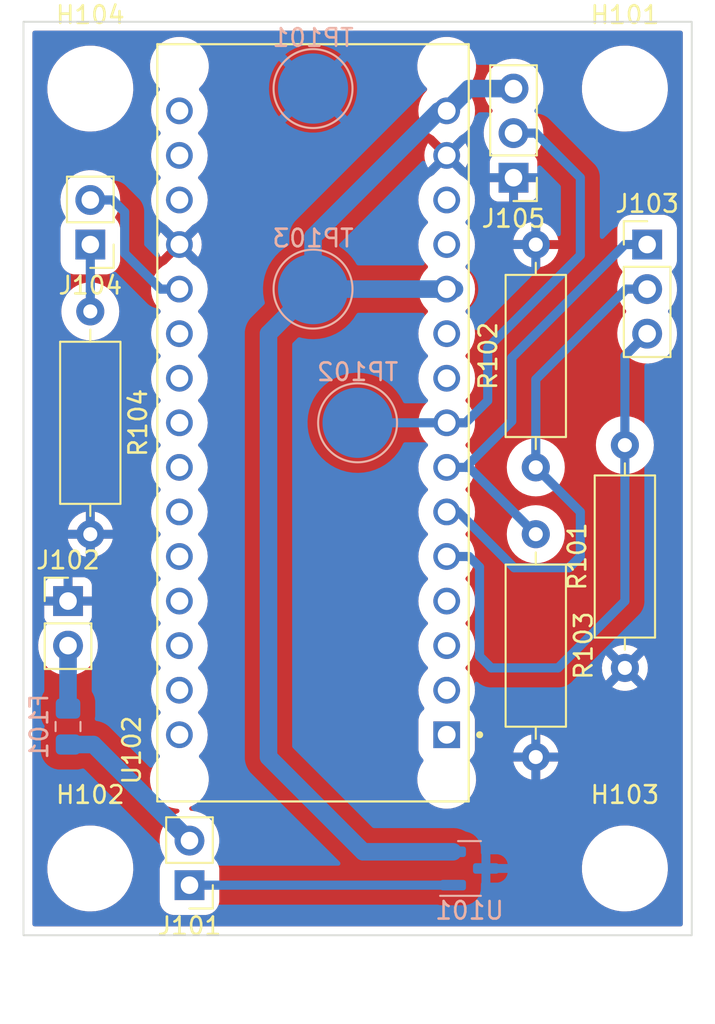
<source format=kicad_pcb>
(kicad_pcb (version 20211014) (generator pcbnew)
  (layers (0 "F.Cu" signal) (31 "B.Cu" signal) (34 "B.Paste" user) (35 "F.Paste" user) (36 "B.SilkS" user "B.Silkscreen") (37 "F.SilkS" user "F.Silkscreen") (38 "B.Mask" user) (39 "F.Mask" user) (44 "Edge.Cuts" user))
  (net 0 "")
  (net 1 "+6V")
  (net 2 "/Switch")
  (net 3 "GND")
  (net 4 "/BattLED3")
  (net 5 "/BattLED2")
  (net 6 "/BattLED1")
  (net 7 "Net-(D102-Pad1)")
  (net 8 "/ReadLED")
  (net 9 "/MQ3Analog")
  (net 10 "VCC")
  (footprint "Resistor_THT:R_Axial_DIN0309_L9.0mm_D3.2mm_P12.70mm_Horizontal" (layer "F.Cu") (at 189.23 109.22 -90)
    (fp_text reference "R103" (at 6.35 -2.72 90) (layer "F.SilkS"))
    (fp_text value "220")
    (fp_line (start 1.73 1.72) (end 10.97 1.72) (layer "F.SilkS") (width 0.12))
    (fp_line (start 1.73 -1.72) (end 1.73 1.72) (layer "F.SilkS") (width 0.12))
    (fp_line (start 11.66 0) (end 10.97 0) (layer "F.SilkS") (width 0.12))
    (fp_line (start 10.97 1.72) (end 10.97 -1.72) (layer "F.SilkS") (width 0.12))
    (fp_line (start 10.97 -1.72) (end 1.73 -1.72) (layer "F.SilkS") (width 0.12))
    (fp_line (start 1.04 0) (end 1.73 0) (layer "F.SilkS") (width 0.12))
    (pad "1" thru_hole circle (at 0 0 270) (size 1.6 1.6) (drill 0.8) (layers *.Cu *.Mask) (net 4 "/BattLED3"))
    (pad "2" thru_hole oval (at 12.7 0 270) (size 1.6 1.6) (drill 0.8) (layers *.Cu *.Mask) (net 3 "GND"))
  )
  (footprint "MountingHole:MountingHole_3.2mm_M3" (layer "F.Cu") (at 163.83 128.27)
    (fp_text reference "H102" (at 0 -4.2) (layer "F.SilkS"))
    (fp_text value "MountingHole")
    (pad "" np_thru_hole circle (at 0 0) (size 3.2 3.2) (drill 3.2) (layers *.Cu *.Mask))
  )
  (footprint "Resistor_THT:R_Axial_DIN0309_L9.0mm_D3.2mm_P12.70mm_Horizontal" (layer "F.Cu") (at 194.31 116.84 90)
    (fp_text reference "R101" (at 6.35 -2.72 90) (layer "F.SilkS"))
    (fp_text value "220")
    (fp_line (start 1.73 1.72) (end 10.97 1.72) (layer "F.SilkS") (width 0.12))
    (fp_line (start 1.04 0) (end 1.73 0) (layer "F.SilkS") (width 0.12))
    (fp_line (start 11.66 0) (end 10.97 0) (layer "F.SilkS") (width 0.12))
    (fp_line (start 10.97 1.72) (end 10.97 -1.72) (layer "F.SilkS") (width 0.12))
    (fp_line (start 1.73 -1.72) (end 1.73 1.72) (layer "F.SilkS") (width 0.12))
    (fp_line (start 10.97 -1.72) (end 1.73 -1.72) (layer "F.SilkS") (width 0.12))
    (pad "1" thru_hole circle (at 0 0 90) (size 1.6 1.6) (drill 0.8) (layers *.Cu *.Mask) (net 3 "GND"))
    (pad "2" thru_hole oval (at 12.7 0 90) (size 1.6 1.6) (drill 0.8) (layers *.Cu *.Mask) (net 6 "/BattLED1"))
  )
  (footprint "Resistor_THT:R_Axial_DIN0309_L9.0mm_D3.2mm_P12.70mm_Horizontal" (layer "F.Cu") (at 189.23 105.41 90)
    (fp_text reference "R102" (at 6.35 -2.72 90) (layer "F.SilkS"))
    (fp_text value "220")
    (fp_line (start 11.66 0) (end 10.97 0) (layer "F.SilkS") (width 0.12))
    (fp_line (start 1.73 1.72) (end 10.97 1.72) (layer "F.SilkS") (width 0.12))
    (fp_line (start 10.97 -1.72) (end 1.73 -1.72) (layer "F.SilkS") (width 0.12))
    (fp_line (start 10.97 1.72) (end 10.97 -1.72) (layer "F.SilkS") (width 0.12))
    (fp_line (start 1.04 0) (end 1.73 0) (layer "F.SilkS") (width 0.12))
    (fp_line (start 1.73 -1.72) (end 1.73 1.72) (layer "F.SilkS") (width 0.12))
    (pad "1" thru_hole circle (at 0 0 90) (size 1.6 1.6) (drill 0.8) (layers *.Cu *.Mask) (net 5 "/BattLED2"))
    (pad "2" thru_hole oval (at 12.7 0 90) (size 1.6 1.6) (drill 0.8) (layers *.Cu *.Mask) (net 3 "GND"))
  )
  (footprint "MountingHole:MountingHole_3.2mm_M3" (layer "F.Cu") (at 194.31 83.82)
    (fp_text reference "H101" (at 0 -4.2) (layer "F.SilkS"))
    (fp_text value "MountingHole")
    (pad "" np_thru_hole circle (at 0 0) (size 3.2 3.2) (drill 3.2) (layers *.Cu *.Mask))
  )
  (footprint "Connector_PinHeader_2.54mm:PinHeader_1x02_P2.54mm_Vertical" (layer "F.Cu") (at 169.485 129.2225 180)
    (fp_text reference "J101" (at 0 -2.33) (layer "F.SilkS"))
    (fp_text value "Power Switch")
    (fp_line (start -1.33 3.87) (end 1.33 3.87) (layer "F.SilkS") (width 0.12))
    (fp_line (start -1.33 1.27) (end 1.33 1.27) (layer "F.SilkS") (width 0.12))
    (fp_line (start -1.33 1.27) (end -1.33 3.87) (layer "F.SilkS") (width 0.12))
    (fp_line (start -1.33 -1.33) (end 0 -1.33) (layer "F.SilkS") (width 0.12))
    (fp_line (start -1.33 0) (end -1.33 -1.33) (layer "F.SilkS") (width 0.12))
    (fp_line (start 1.33 1.27) (end 1.33 3.87) (layer "F.SilkS") (width 0.12))
    (pad "1" thru_hole rect (at 0 0 180) (size 1.7 1.7) (drill 1) (layers *.Cu *.Mask) (net 2 "/Switch"))
    (pad "2" thru_hole oval (at 0 2.54 180) (size 1.7 1.7) (drill 1) (layers *.Cu *.Mask) (net 1 "+6V"))
  )
  (footprint "MountingHole:MountingHole_3.2mm_M3" (layer "F.Cu") (at 163.83 83.82)
    (fp_text reference "H104" (at 0 -4.2) (layer "F.SilkS"))
    (fp_text value "MountingHole")
    (pad "" np_thru_hole circle (at 0 0) (size 3.2 3.2) (drill 3.2) (layers *.Cu *.Mask))
  )
  (footprint "MountingHole:MountingHole_3.2mm_M3" (layer "F.Cu") (at 194.31 128.27)
    (fp_text reference "H103" (at 0 -4.2) (layer "F.SilkS"))
    (fp_text value "MountingHole")
    (pad "" np_thru_hole circle (at 0 0) (size 3.2 3.2) (drill 3.2) (layers *.Cu *.Mask))
  )
  (footprint "Resistor_THT:R_Axial_DIN0309_L9.0mm_D3.2mm_P12.70mm_Horizontal" (layer "F.Cu") (at 163.83 96.52 -90)
    (fp_text reference "R104" (at 6.35 -2.72 90) (layer "F.SilkS"))
    (fp_text value "220")
    (fp_line (start 1.73 1.72) (end 10.97 1.72) (layer "F.SilkS") (width 0.12))
    (fp_line (start 10.97 -1.72) (end 1.73 -1.72) (layer "F.SilkS") (width 0.12))
    (fp_line (start 1.04 0) (end 1.73 0) (layer "F.SilkS") (width 0.12))
    (fp_line (start 1.73 -1.72) (end 1.73 1.72) (layer "F.SilkS") (width 0.12))
    (fp_line (start 11.66 0) (end 10.97 0) (layer "F.SilkS") (width 0.12))
    (fp_line (start 10.97 1.72) (end 10.97 -1.72) (layer "F.SilkS") (width 0.12))
    (pad "1" thru_hole circle (at 0 0 270) (size 1.6 1.6) (drill 0.8) (layers *.Cu *.Mask) (net 7 "Net-(D102-Pad1)"))
    (pad "2" thru_hole oval (at 12.7 0 270) (size 1.6 1.6) (drill 0.8) (layers *.Cu *.Mask) (net 3 "GND"))
  )
  (footprint "ABX00030:MODULE_ABX00030" (layer "F.Cu") (at 176.53 102.87 90)
    (fp_text reference "U102" (at -18.655 -10.335 90) (layer "F.SilkS"))
    (fp_text value "ABX00030")
    (fp_line (start -21.58 8.88) (end -21.58 -8.88) (layer "F.SilkS") (width 0.127))
    (fp_line (start -21.58 -8.88) (end 21.58 -8.88) (layer "F.SilkS") (width 0.127))
    (fp_line (start 21.58 -8.88) (end 21.58 8.88) (layer "F.SilkS") (width 0.127))
    (fp_line (start 21.58 8.88) (end -21.58 8.88) (layer "F.SilkS") (width 0.127))
    (fp_circle (center -17.78 9.5) (end -17.68 9.5) (layer "F.SilkS") (width 0.2) (fill none))
    (pad "" np_thru_hole circle locked (at -20.32 -7.62 90) (size 1.65 1.65) (drill 1.65) (layers *.Cu *.Mask))
    (pad "" np_thru_hole circle locked (at 20.32 -7.62 90) (size 1.65 1.65) (drill 1.65) (layers *.Cu *.Mask))
    (pad "" np_thru_hole circle locked (at -20.32 7.62 90) (size 1.65 1.65) (drill 1.65) (layers *.Cu *.Mask))
    (pad "" np_thru_hole circle locked (at 20.32 7.62 90) (size 1.65 1.65) (drill 1.65) (layers *.Cu *.Mask))
    (pad "1" thru_hole rect locked (at -17.78 7.62 90) (size 1.524 1.524) (drill 1.016) (layers *.Cu *.Mask))
    (pad "2" thru_hole circle locked (at -15.24 7.62 90) (size 1.524 1.524) (drill 1.016) (layers *.Cu *.Mask))
    (pad "3" thru_hole circle locked (at -12.7 7.62 90) (size 1.524 1.524) (drill 1.016) (layers *.Cu *.Mask))
    (pad "4" thru_hole circle locked (at -10.16 7.62 90) (size 1.524 1.524) (drill 1.016) (layers *.Cu *.Mask))
    (pad "5" thru_hole circle locked (at -7.62 7.62 90) (size 1.524 1.524) (drill 1.016) (layers *.Cu *.Mask) (net 6 "/BattLED1"))
    (pad "6" thru_hole circle locked (at -5.08 7.62 90) (size 1.524 1.524) (drill 1.016) (layers *.Cu *.Mask) (net 5 "/BattLED2"))
    (pad "7" thru_hole circle locked (at -2.54 7.62 90) (size 1.524 1.524) (drill 1.016) (layers *.Cu *.Mask) (net 4 "/BattLED3"))
    (pad "8" thru_hole circle locked (at 0 7.62 90) (size 1.524 1.524) (drill 1.016) (layers *.Cu *.Mask) (net 9 "/MQ3Analog"))
    (pad "9" thru_hole circle locked (at 2.54 7.62 90) (size 1.524 1.524) (drill 1.016) (layers *.Cu *.Mask))
    (pad "10" thru_hole circle locked (at 5.08 7.62 90) (size 1.524 1.524) (drill 1.016) (layers *.Cu *.Mask))
    (pad "11" thru_hole circle locked (at 7.62 7.62 90) (size 1.524 1.524) (drill 1.016) (layers *.Cu *.Mask) (net 10 "VCC"))
    (pad "12" thru_hole circle locked (at 10.16 7.62 90) (size 1.524 1.524) (drill 1.016) (layers *.Cu *.Mask))
    (pad "13" thru_hole circle locked (at 12.7 7.62 90) (size 1.524 1.524) (drill 1.016) (layers *.Cu *.Mask))
    (pad "14" thru_hole circle locked (at 15.24 7.62 90) (size 1.524 1.524) (drill 1.016) (layers *.Cu *.Mask) (net 3 "GND"))
    (pad "15" thru_hole circle locked (at 17.78 7.62 90) (size 1.524 1.524) (drill 1.016) (layers *.Cu *.Mask) (net 10 "VCC"))
    (pad "16" thru_hole circle locked (at 17.78 -7.62 90) (size 1.524 1.524) (drill 1.016) (layers *.Cu *.Mask))
    (pad "17" thru_hole circle locked (at 15.24 -7.62 90) (size 1.524 1.524) (drill 1.016) (layers *.Cu *.Mask))
    (pad "18" thru_hole circle locked (at 12.7 -7.62 90) (size 1.524 1.524) (drill 1.016) (layers *.Cu *.Mask))
    (pad "19" thru_hole circle locked (at 10.16 -7.62 90) (size 1.524 1.524) (drill 1.016) (layers *.Cu *.Mask) (net 3 "GND"))
    (pad "20" thru_hole circle locked (at 7.62 -7.62 90) (size 1.524 1.524) (drill 1.016) (layers *.Cu *.Mask) (net 8 "/ReadLED"))
    (pad "21" thru_hole circle locked (at 5.08 -7.62 90) (size 1.524 1.524) (drill 1.016) (layers *.Cu *.Mask))
    (pad "22" thru_hole circle locked (at 2.54 -7.62 90) (size 1.524 1.524) (drill 1.016) (layers *.Cu *.Mask))
    (pad "23" thru_hole circle locked (at 0 -7.62 90) (size 1.524 1.524) (drill 1.016) (layers *.Cu *.Mask))
    (pad "24" thru_hole circle locked (at -2.54 -7.62 90) (size 1.524 1.524) (drill 1.016) (layers *.Cu *.Mask))
    (pad "25" thru_hole circle locked (at -5.08 -7.62 90) (size 1.524 1.524) (drill 1.016) (layers *.Cu *.Mask))
    (pad "26" thru_hole circle locked (at -7.62 -7.62 90) (size 1.524 1.524) (drill 1.016) (layers *.Cu *.Mask))
    (pad "27" thru_hole circle locked (at -10.16 -7.62 90) (size 1.524 1.524) (drill 1.016) (layers *.Cu *.Mask))
    (pad "28" thru_hole circle locked (at -12.7 -7.62 90) (size 1.524 1.524) (drill 1.016) (layers *.Cu *.Mask))
    (pad "29" thru_hole circle locked (at -15.24 -7.62 90) (size 1.524 1.524) (drill 1.016) (layers *.Cu *.Mask))
    (pad "30" thru_hole circle locked (at -17.78 -7.62 90) (size 1.524 1.524) (drill 1.016) (layers *.Cu *.Mask))
  )
  (footprint "Connector_PinHeader_2.54mm:PinHeader_1x03_P2.54mm_Vertical" (layer "F.Cu") (at 195.58 92.71)
    (fp_text reference "J103" (at 0 -2.33) (layer "F.SilkS"))
    (fp_text value "RGBConn")
    (fp_line (start -1.33 1.27) (end 1.33 1.27) (layer "F.SilkS") (width 0.12))
    (fp_line (start -1.33 6.41) (end 1.33 6.41) (layer "F.SilkS") (width 0.12))
    (fp_line (start -1.33 0) (end -1.33 -1.33) (layer "F.SilkS") (width 0.12))
    (fp_line (start -1.33 1.27) (end -1.33 6.41) (layer "F.SilkS") (width 0.12))
    (fp_line (start -1.33 -1.33) (end 0 -1.33) (layer "F.SilkS") (width 0.12))
    (fp_line (start 1.33 1.27) (end 1.33 6.41) (layer "F.SilkS") (width 0.12))
    (pad "1" thru_hole rect (at 0 0) (size 1.7 1.7) (drill 1) (layers *.Cu *.Mask) (net 4 "/BattLED3"))
    (pad "2" thru_hole oval (at 0 2.54) (size 1.7 1.7) (drill 1) (layers *.Cu *.Mask) (net 5 "/BattLED2"))
    (pad "3" thru_hole oval (at 0 5.08) (size 1.7 1.7) (drill 1) (layers *.Cu *.Mask) (net 6 "/BattLED1"))
  )
  (footprint "Connector_PinHeader_2.54mm:PinHeader_1x03_P2.54mm_Vertical" (layer "F.Cu") (at 187.96 88.9 180)
    (fp_text reference "J105" (at 0 -2.33) (layer "F.SilkS"))
    (fp_text value "MQ3")
    (fp_line (start 1.33 1.27) (end 1.33 6.41) (layer "F.SilkS") (width 0.12))
    (fp_line (start -1.33 0) (end -1.33 -1.33) (layer "F.SilkS") (width 0.12))
    (fp_line (start -1.33 1.27) (end -1.33 6.41) (layer "F.SilkS") (width 0.12))
    (fp_line (start -1.33 6.41) (end 1.33 6.41) (layer "F.SilkS") (width 0.12))
    (fp_line (start -1.33 -1.33) (end 0 -1.33) (layer "F.SilkS") (width 0.12))
    (fp_line (start -1.33 1.27) (end 1.33 1.27) (layer "F.SilkS") (width 0.12))
    (pad "1" thru_hole rect (at 0 0 180) (size 1.7 1.7) (drill 1) (layers *.Cu *.Mask) (net 3 "GND"))
    (pad "2" thru_hole oval (at 0 2.54 180) (size 1.7 1.7) (drill 1) (layers *.Cu *.Mask) (net 9 "/MQ3Analog"))
    (pad "3" thru_hole oval (at 0 5.08 180) (size 1.7 1.7) (drill 1) (layers *.Cu *.Mask) (net 10 "VCC"))
  )
  (footprint "Connector_PinHeader_2.54mm:PinHeader_1x02_P2.54mm_Vertical" (layer "F.Cu") (at 162.56 113.03)
    (fp_text reference "J102" (at 0 -2.33) (layer "F.SilkS"))
    (fp_text value "Battery")
    (fp_line (start -1.33 3.87) (end 1.33 3.87) (layer "F.SilkS") (width 0.12))
    (fp_line (start 1.33 1.27) (end 1.33 3.87) (layer "F.SilkS") (width 0.12))
    (fp_line (start -1.33 1.27) (end -1.33 3.87) (layer "F.SilkS") (width 0.12))
    (fp_line (start -1.33 -1.33) (end 0 -1.33) (layer "F.SilkS") (width 0.12))
    (fp_line (start -1.33 0) (end -1.33 -1.33) (layer "F.SilkS") (width 0.12))
    (fp_line (start -1.33 1.27) (end 1.33 1.27) (layer "F.SilkS") (width 0.12))
    (pad "1" thru_hole rect (at 0 0) (size 1.7 1.7) (drill 1) (layers *.Cu *.Mask) (net 3 "GND"))
    (pad "2" thru_hole oval (at 0 2.54) (size 1.7 1.7) (drill 1) (layers *.Cu *.Mask) (net 1 "+6V"))
  )
  (footprint "Connector_PinHeader_2.54mm:PinHeader_1x02_P2.54mm_Vertical" (layer "F.Cu") (at 163.83 92.71 180)
    (fp_text reference "J104" (at 0 -2.33) (layer "F.SilkS"))
    (fp_text value "Read LED")
    (fp_line (start -1.33 3.87) (end 1.33 3.87) (layer "F.SilkS") (width 0.12))
    (fp_line (start -1.33 1.27) (end 1.33 1.27) (layer "F.SilkS") (width 0.12))
    (fp_line (start -1.33 -1.33) (end 0 -1.33) (layer "F.SilkS") (width 0.12))
    (fp_line (start -1.33 1.27) (end -1.33 3.87) (layer "F.SilkS") (width 0.12))
    (fp_line (start 1.33 1.27) (end 1.33 3.87) (layer "F.SilkS") (width 0.12))
    (fp_line (start -1.33 0) (end -1.33 -1.33) (layer "F.SilkS") (width 0.12))
    (pad "1" thru_hole rect (at 0 0 180) (size 1.7 1.7) (drill 1) (layers *.Cu *.Mask) (net 7 "Net-(D102-Pad1)"))
    (pad "2" thru_hole oval (at 0 2.54 180) (size 1.7 1.7) (drill 1) (layers *.Cu *.Mask) (net 8 "/ReadLED"))
  )
  (footprint "Fuse:Fuse_0805_2012Metric_Pad1.15x1.40mm_HandSolder" (layer "B.Cu") (at 162.56 120.181252 -90)
    (fp_text reference "F101" (at 0 1.65 90) (layer "B.SilkS") (effects (justify mirror)))
    (fp_text value "Fuse")
    (fp_line (start -0.261252 0.71) (end 0.261252 0.71) (layer "B.SilkS") (width 0.12))
    (fp_line (start -0.261252 -0.71) (end 0.261252 -0.71) (layer "B.SilkS") (width 0.12))
    (pad "1" smd roundrect (at -1.025 0 270) (size 1.15 1.4) (layers "B.Cu" "B.Paste" "B.Mask") (roundrect_rratio 0.217391) (net 1 "+6V"))
    (pad "2" smd roundrect (at 1.025 0 270) (size 1.15 1.4) (layers "B.Cu" "B.Paste" "B.Mask") (roundrect_rratio 0.217391) (net 1 "+6V"))
  )
  (footprint "Package_TO_SOT_SMD:SOT-23" (layer "B.Cu") (at 185.45 128.27)
    (fp_text reference "U101" (at 0 2.4) (layer "B.SilkS") (effects (justify mirror)))
    (fp_text value "MAX6105")
    (fp_line (start 0 -1.56) (end 0.65 -1.56) (layer "B.SilkS") (width 0.12))
    (fp_line (start 0 1.56) (end -1.675 1.56) (layer "B.SilkS") (width 0.12))
    (fp_line (start 0 -1.56) (end -0.65 -1.56) (layer "B.SilkS") (width 0.12))
    (fp_line (start 0 1.56) (end 0.65 1.56) (layer "B.SilkS") (width 0.12))
    (pad "1" smd roundrect (at -0.9375 0.95) (size 1.475 0.6) (layers "B.Cu" "B.Paste" "B.Mask") (net 2 "/Switch"))
    (pad "2" smd roundrect (at -0.9375 -0.95) (size 1.475 0.6) (layers "B.Cu" "B.Paste" "B.Mask") (net 10 "VCC"))
    (pad "3" smd roundrect (at 0.9375 0) (size 1.475 0.6) (layers "B.Cu" "B.Paste" "B.Mask") (net 3 "GND"))
  )
  (footprint "TestPoint:TestPoint_Pad_D4.0mm" (layer "B.Cu") (at 179.07 102.87 180)
    (fp_text reference "TP102" (at 0 2.898) (layer "B.SilkS") (effects (justify mirror)))
    (fp_text value "AnalogMQ3")
    (fp_circle (center 0 0) (end 0 -2.25) (layer "B.SilkS") (width 0.12) (fill none))
    (pad "1" smd circle (at 0 0 180) (size 4 4) (layers "B.Cu" "B.Mask") (net 9 "/MQ3Analog"))
  )
  (footprint "TestPoint:TestPoint_Pad_D4.0mm" (layer "B.Cu") (at 176.53 83.82 180)
    (fp_text reference "TP101" (at 0 2.898) (layer "B.SilkS") (effects (justify mirror)))
    (fp_text value "GND")
    (fp_circle (center 0 0) (end 0 -2.25) (layer "B.SilkS") (width 0.12) (fill none))
    (pad "1" smd circle (at 0 0 180) (size 4 4) (layers "B.Cu" "B.Mask") (net 3 "GND"))
  )
  (footprint "TestPoint:TestPoint_Pad_D4.0mm" (layer "B.Cu") (at 176.53 95.25 180)
    (fp_text reference "TP103" (at 0 2.898) (layer "B.SilkS") (effects (justify mirror)))
    (fp_text value "VCC")
    (fp_circle (center 0 0) (end 0 -2.25) (layer "B.SilkS") (width 0.12) (fill none))
    (pad "1" smd circle (at 0 0 180) (size 4 4) (layers "B.Cu" "B.Mask") (net 10 "VCC"))
  )
  (gr_rect (start 160.02 80.01) (end 198.12 132.08) (layer "Edge.Cuts") (width 0.1) (fill none))
  (segment (start 164.008752 121.206252) (end 169.485 126.6825) (width 1) (layer "B.Cu") (net 1))
  (segment (start 162.56 121.206252) (end 164.008752 121.206252) (width 1) (layer "B.Cu") (net 1))
  (segment (start 162.56 115.57) (end 162.56 119.156252) (width 1) (layer "B.Cu") (net 1))
  (segment (start 184.51 129.2225) (end 184.5125 129.22) (width 0.52) (layer "B.Cu") (net 2))
  (segment (start 169.485 129.2225) (end 184.51 129.2225) (width 0.52) (layer "B.Cu") (net 2))
  (segment (start 194.31 92.71) (end 195.58 92.71) (width 0.52) (layer "B.Cu") (net 4))
  (segment (start 185.22763 105.41) (end 185.42 105.41) (width 0.52) (layer "B.Cu") (net 4))
  (segment (start 185.42 105.41) (end 189.23 109.22) (width 0.52) (layer "B.Cu") (net 4))
  (segment (start 187.86 102.77763) (end 187.86 99.16) (width 0.52) (layer "B.Cu") (net 4))
  (segment (start 185.22763 105.41) (end 187.86 102.77763) (width 0.52) (layer "B.Cu") (net 4))
  (segment (start 184.15 105.41) (end 185.22763 105.41) (width 0.52) (layer "B.Cu") (net 4))
  (segment (start 187.86 99.16) (end 194.31 92.71) (width 0.52) (layer "B.Cu") (net 4))
  (segment (start 184.817473 107.95) (end 187.997473 111.13) (width 0.52) (layer "B.Cu") (net 5))
  (segment (start 189.23 100.397919) (end 194.377919 95.25) (width 0.52) (layer "B.Cu") (net 5))
  (segment (start 189.23 105.41) (end 189.23 100.397919) (width 0.52) (layer "B.Cu") (net 5))
  (segment (start 191.77 110.49) (end 191.77 107.95) (width 0.52) (layer "B.Cu") (net 5))
  (segment (start 194.377919 95.25) (end 195.58 95.25) (width 0.52) (layer "B.Cu") (net 5))
  (segment (start 191.13 111.13) (end 191.77 110.49) (width 0.52) (layer "B.Cu") (net 5))
  (segment (start 191.77 107.95) (end 189.23 105.41) (width 0.52) (layer "B.Cu") (net 5))
  (segment (start 187.997473 111.13) (end 191.13 111.13) (width 0.52) (layer "B.Cu") (net 5))
  (segment (start 184.15 107.95) (end 184.817473 107.95) (width 0.52) (layer "B.Cu") (net 5))
  (segment (start 184.15 110.49) (end 185.42 110.49) (width 0.52) (layer "B.Cu") (net 6))
  (segment (start 185.42 110.49) (end 186.022 111.092) (width 0.52) (layer "B.Cu") (net 6))
  (segment (start 194.31 113.03) (end 194.31 104.14) (width 0.52) (layer "B.Cu") (net 6))
  (segment (start 194.31 104.14) (end 194.31 99.06) (width 0.52) (layer "B.Cu") (net 6))
  (segment (start 186.022 116.172) (end 186.69 116.84) (width 0.52) (layer "B.Cu") (net 6))
  (segment (start 194.31 99.06) (end 195.58 97.79) (width 0.52) (layer "B.Cu") (net 6))
  (segment (start 186.022 111.092) (end 186.022 116.172) (width 0.52) (layer "B.Cu") (net 6))
  (segment (start 186.69 116.84) (end 190.5 116.84) (width 0.52) (layer "B.Cu") (net 6))
  (segment (start 190.5 116.84) (end 194.31 113.03) (width 0.52) (layer "B.Cu") (net 6))
  (segment (start 163.83 96.52) (end 163.83 92.71) (width 0.52) (layer "B.Cu") (net 7))
  (segment (start 165.79 90.86) (end 165.1 90.17) (width 0.52) (layer "B.Cu") (net 8))
  (segment (start 165.79 93.20763) (end 165.79 90.86) (width 0.52) (layer "B.Cu") (net 8))
  (segment (start 167.83237 95.25) (end 165.79 93.20763) (width 0.52) (layer "B.Cu") (net 8))
  (segment (start 168.91 95.25) (end 167.83237 95.25) (width 0.52) (layer "B.Cu") (net 8))
  (segment (start 165.1 90.17) (end 163.83 90.17) (width 0.52) (layer "B.Cu") (net 8))
  (segment (start 186.49 98.592528) (end 191.77 93.312528) (width 0.52) (layer "B.Cu") (net 9))
  (segment (start 191.77 93.312528) (end 191.77 88.9) (width 0.52) (layer "B.Cu") (net 9))
  (segment (start 184.15 102.87) (end 179.07 102.87) (width 0.52) (layer "B.Cu") (net 9))
  (segment (start 189.23 86.36) (end 187.96 86.36) (width 0.52) (layer "B.Cu") (net 9))
  (segment (start 185.22763 102.87) (end 186.49 101.60763) (width 0.52) (layer "B.Cu") (net 9))
  (segment (start 186.49 101.60763) (end 186.49 98.592528) (width 0.52) (layer "B.Cu") (net 9))
  (segment (start 191.77 88.9) (end 189.23 86.36) (width 0.52) (layer "B.Cu") (net 9))
  (segment (start 184.15 102.87) (end 185.22763 102.87) (width 0.52) (layer "B.Cu") (net 9))
  (segment (start 184.15 95.25) (end 184.59682 95.25) (width 1) (layer "B.Cu") (net 10))
  (segment (start 179.39 127.32) (end 173.99 121.92) (width 1) (layer "B.Cu") (net 10))
  (segment (start 184.15 95.25) (end 176.53 95.25) (width 1) (layer "B.Cu") (net 10))
  (segment (start 184.5125 127.32) (end 179.39 127.32) (width 1) (layer "B.Cu") (net 10))
  (segment (start 183.70318 85.09) (end 176.53 92.26318) (width 1) (layer "B.Cu") (net 10))
  (segment (start 185.42 83.82) (end 187.96 83.82) (width 1) (layer "B.Cu") (net 10))
  (segment (start 173.99 121.92) (end 173.99 97.79) (width 1) (layer "B.Cu") (net 10))
  (segment (start 173.99 97.79) (end 176.53 95.25) (width 1) (layer "B.Cu") (net 10))
  (segment (start 184.15 85.09) (end 183.70318 85.09) (width 1) (layer "B.Cu") (net 10))
  (segment (start 184.15 85.09) (end 185.42 83.82) (width 1) (layer "B.Cu") (net 10))
  (segment (start 176.53 92.26318) (end 176.53 95.25) (width 1) (layer "B.Cu") (net 10))
  (zone (net 3) (net_name "GND") (layers F&B.Cu) (connect_pads (clearance 0.508)) (min_thickness 0.254) (fill yes (thermal_gap 0.508) (thermal_bridge_width 0.508))
    (polygon (pts (xy 198.12 137.16) (xy 158.75 137.16) (xy 158.75 80.01) (xy 198.12 80.01)))
  )
)
</source>
